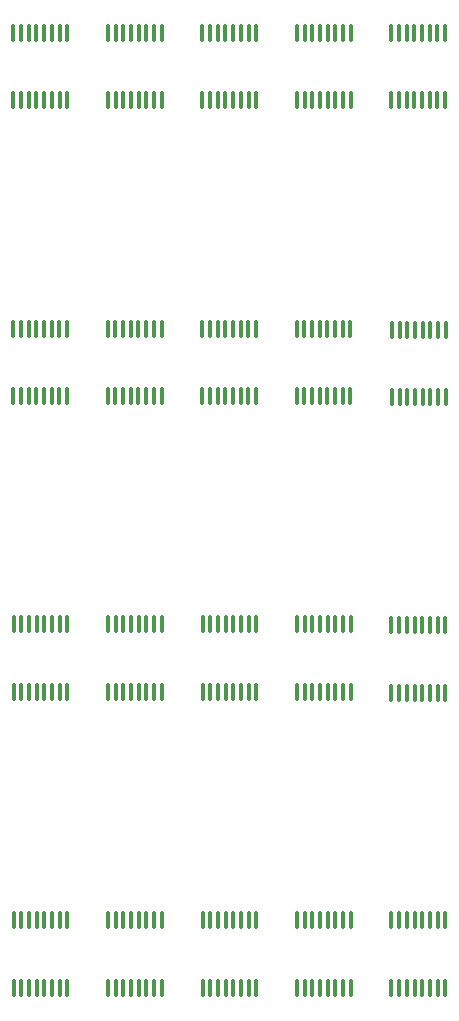
<source format=gbr>
%TF.GenerationSoftware,KiCad,Pcbnew,(6.0.5)*%
%TF.CreationDate,2022-06-09T13:10:52-04:00*%
%TF.ProjectId,32-STEPPER-DRIVER-BOARD,33322d53-5445-4505-9045-522d44524956,rev?*%
%TF.SameCoordinates,Original*%
%TF.FileFunction,Paste,Bot*%
%TF.FilePolarity,Positive*%
%FSLAX46Y46*%
G04 Gerber Fmt 4.6, Leading zero omitted, Abs format (unit mm)*
G04 Created by KiCad (PCBNEW (6.0.5)) date 2022-06-09 13:10:52*
%MOMM*%
%LPD*%
G01*
G04 APERTURE LIST*
G04 Aperture macros list*
%AMRoundRect*
0 Rectangle with rounded corners*
0 $1 Rounding radius*
0 $2 $3 $4 $5 $6 $7 $8 $9 X,Y pos of 4 corners*
0 Add a 4 corners polygon primitive as box body*
4,1,4,$2,$3,$4,$5,$6,$7,$8,$9,$2,$3,0*
0 Add four circle primitives for the rounded corners*
1,1,$1+$1,$2,$3*
1,1,$1+$1,$4,$5*
1,1,$1+$1,$6,$7*
1,1,$1+$1,$8,$9*
0 Add four rect primitives between the rounded corners*
20,1,$1+$1,$2,$3,$4,$5,0*
20,1,$1+$1,$4,$5,$6,$7,0*
20,1,$1+$1,$6,$7,$8,$9,0*
20,1,$1+$1,$8,$9,$2,$3,0*%
G04 Aperture macros list end*
%ADD10RoundRect,0.100000X-0.100000X0.637500X-0.100000X-0.637500X0.100000X-0.637500X0.100000X0.637500X0*%
G04 APERTURE END LIST*
D10*
%TO.C,U20*%
X83825000Y-102287500D03*
X84475000Y-102287500D03*
X85125000Y-102287500D03*
X85775000Y-102287500D03*
X86425000Y-102287500D03*
X87075000Y-102287500D03*
X87725000Y-102287500D03*
X88375000Y-102287500D03*
X88375000Y-108012500D03*
X87725000Y-108012500D03*
X87075000Y-108012500D03*
X86425000Y-108012500D03*
X85775000Y-108012500D03*
X85125000Y-108012500D03*
X84475000Y-108012500D03*
X83825000Y-108012500D03*
%TD*%
%TO.C,U10*%
X83804600Y-52204700D03*
X84454600Y-52204700D03*
X85104600Y-52204700D03*
X85754600Y-52204700D03*
X86404600Y-52204700D03*
X87054600Y-52204700D03*
X87704600Y-52204700D03*
X88354600Y-52204700D03*
X88354600Y-57929700D03*
X87704600Y-57929700D03*
X87054600Y-57929700D03*
X86404600Y-57929700D03*
X85754600Y-57929700D03*
X85104600Y-57929700D03*
X84454600Y-57929700D03*
X83804600Y-57929700D03*
%TD*%
%TO.C,U6*%
X107855600Y-52272200D03*
X108505600Y-52272200D03*
X109155600Y-52272200D03*
X109805600Y-52272200D03*
X110455600Y-52272200D03*
X111105600Y-52272200D03*
X111755600Y-52272200D03*
X112405600Y-52272200D03*
X112405600Y-57997200D03*
X111755600Y-57997200D03*
X111105600Y-57997200D03*
X110455600Y-57997200D03*
X109805600Y-57997200D03*
X109155600Y-57997200D03*
X108505600Y-57997200D03*
X107855600Y-57997200D03*
%TD*%
%TO.C,U2*%
X99819000Y-27137500D03*
X100469000Y-27137500D03*
X101119000Y-27137500D03*
X101769000Y-27137500D03*
X102419000Y-27137500D03*
X103069000Y-27137500D03*
X103719000Y-27137500D03*
X104369000Y-27137500D03*
X104369000Y-32862500D03*
X103719000Y-32862500D03*
X103069000Y-32862500D03*
X102419000Y-32862500D03*
X101769000Y-32862500D03*
X101119000Y-32862500D03*
X100469000Y-32862500D03*
X99819000Y-32862500D03*
%TD*%
%TO.C,U17*%
X107825000Y-102287500D03*
X108475000Y-102287500D03*
X109125000Y-102287500D03*
X109775000Y-102287500D03*
X110425000Y-102287500D03*
X111075000Y-102287500D03*
X111725000Y-102287500D03*
X112375000Y-102287500D03*
X112375000Y-108012500D03*
X111725000Y-108012500D03*
X111075000Y-108012500D03*
X110425000Y-108012500D03*
X109775000Y-108012500D03*
X109125000Y-108012500D03*
X108475000Y-108012500D03*
X107825000Y-108012500D03*
%TD*%
%TO.C,U13*%
X99825000Y-77237500D03*
X100475000Y-77237500D03*
X101125000Y-77237500D03*
X101775000Y-77237500D03*
X102425000Y-77237500D03*
X103075000Y-77237500D03*
X103725000Y-77237500D03*
X104375000Y-77237500D03*
X104375000Y-82962500D03*
X103725000Y-82962500D03*
X103075000Y-82962500D03*
X102425000Y-82962500D03*
X101775000Y-82962500D03*
X101125000Y-82962500D03*
X100475000Y-82962500D03*
X99825000Y-82962500D03*
%TD*%
%TO.C,U5*%
X75819000Y-27137500D03*
X76469000Y-27137500D03*
X77119000Y-27137500D03*
X77769000Y-27137500D03*
X78419000Y-27137500D03*
X79069000Y-27137500D03*
X79719000Y-27137500D03*
X80369000Y-27137500D03*
X80369000Y-32862500D03*
X79719000Y-32862500D03*
X79069000Y-32862500D03*
X78419000Y-32862500D03*
X77769000Y-32862500D03*
X77119000Y-32862500D03*
X76469000Y-32862500D03*
X75819000Y-32862500D03*
%TD*%
%TO.C,U16*%
X75825000Y-77237500D03*
X76475000Y-77237500D03*
X77125000Y-77237500D03*
X77775000Y-77237500D03*
X78425000Y-77237500D03*
X79075000Y-77237500D03*
X79725000Y-77237500D03*
X80375000Y-77237500D03*
X80375000Y-82962500D03*
X79725000Y-82962500D03*
X79075000Y-82962500D03*
X78425000Y-82962500D03*
X77775000Y-82962500D03*
X77125000Y-82962500D03*
X76475000Y-82962500D03*
X75825000Y-82962500D03*
%TD*%
%TO.C,U4*%
X83819000Y-27137500D03*
X84469000Y-27137500D03*
X85119000Y-27137500D03*
X85769000Y-27137500D03*
X86419000Y-27137500D03*
X87069000Y-27137500D03*
X87719000Y-27137500D03*
X88369000Y-27137500D03*
X88369000Y-32862500D03*
X87719000Y-32862500D03*
X87069000Y-32862500D03*
X86419000Y-32862500D03*
X85769000Y-32862500D03*
X85119000Y-32862500D03*
X84469000Y-32862500D03*
X83819000Y-32862500D03*
%TD*%
%TO.C,U3*%
X91819000Y-27137500D03*
X92469000Y-27137500D03*
X93119000Y-27137500D03*
X93769000Y-27137500D03*
X94419000Y-27137500D03*
X95069000Y-27137500D03*
X95719000Y-27137500D03*
X96369000Y-27137500D03*
X96369000Y-32862500D03*
X95719000Y-32862500D03*
X95069000Y-32862500D03*
X94419000Y-32862500D03*
X93769000Y-32862500D03*
X93119000Y-32862500D03*
X92469000Y-32862500D03*
X91819000Y-32862500D03*
%TD*%
%TO.C,U12*%
X107825000Y-77287500D03*
X108475000Y-77287500D03*
X109125000Y-77287500D03*
X109775000Y-77287500D03*
X110425000Y-77287500D03*
X111075000Y-77287500D03*
X111725000Y-77287500D03*
X112375000Y-77287500D03*
X112375000Y-83012500D03*
X111725000Y-83012500D03*
X111075000Y-83012500D03*
X110425000Y-83012500D03*
X109775000Y-83012500D03*
X109125000Y-83012500D03*
X108475000Y-83012500D03*
X107825000Y-83012500D03*
%TD*%
%TO.C,U1*%
X107819000Y-27137500D03*
X108469000Y-27137500D03*
X109119000Y-27137500D03*
X109769000Y-27137500D03*
X110419000Y-27137500D03*
X111069000Y-27137500D03*
X111719000Y-27137500D03*
X112369000Y-27137500D03*
X112369000Y-32862500D03*
X111719000Y-32862500D03*
X111069000Y-32862500D03*
X110419000Y-32862500D03*
X109769000Y-32862500D03*
X109119000Y-32862500D03*
X108469000Y-32862500D03*
X107819000Y-32862500D03*
%TD*%
%TO.C,U15*%
X83825000Y-77237500D03*
X84475000Y-77237500D03*
X85125000Y-77237500D03*
X85775000Y-77237500D03*
X86425000Y-77237500D03*
X87075000Y-77237500D03*
X87725000Y-77237500D03*
X88375000Y-77237500D03*
X88375000Y-82962500D03*
X87725000Y-82962500D03*
X87075000Y-82962500D03*
X86425000Y-82962500D03*
X85775000Y-82962500D03*
X85125000Y-82962500D03*
X84475000Y-82962500D03*
X83825000Y-82962500D03*
%TD*%
%TO.C,U18*%
X99825000Y-102287500D03*
X100475000Y-102287500D03*
X101125000Y-102287500D03*
X101775000Y-102287500D03*
X102425000Y-102287500D03*
X103075000Y-102287500D03*
X103725000Y-102287500D03*
X104375000Y-102287500D03*
X104375000Y-108012500D03*
X103725000Y-108012500D03*
X103075000Y-108012500D03*
X102425000Y-108012500D03*
X101775000Y-108012500D03*
X101125000Y-108012500D03*
X100475000Y-108012500D03*
X99825000Y-108012500D03*
%TD*%
%TO.C,U7*%
X99804600Y-52204700D03*
X100454600Y-52204700D03*
X101104600Y-52204700D03*
X101754600Y-52204700D03*
X102404600Y-52204700D03*
X103054600Y-52204700D03*
X103704600Y-52204700D03*
X104354600Y-52204700D03*
X104354600Y-57929700D03*
X103704600Y-57929700D03*
X103054600Y-57929700D03*
X102404600Y-57929700D03*
X101754600Y-57929700D03*
X101104600Y-57929700D03*
X100454600Y-57929700D03*
X99804600Y-57929700D03*
%TD*%
%TO.C,U19*%
X91825000Y-102287500D03*
X92475000Y-102287500D03*
X93125000Y-102287500D03*
X93775000Y-102287500D03*
X94425000Y-102287500D03*
X95075000Y-102287500D03*
X95725000Y-102287500D03*
X96375000Y-102287500D03*
X96375000Y-108012500D03*
X95725000Y-108012500D03*
X95075000Y-108012500D03*
X94425000Y-108012500D03*
X93775000Y-108012500D03*
X93125000Y-108012500D03*
X92475000Y-108012500D03*
X91825000Y-108012500D03*
%TD*%
%TO.C,U14*%
X91825000Y-77237500D03*
X92475000Y-77237500D03*
X93125000Y-77237500D03*
X93775000Y-77237500D03*
X94425000Y-77237500D03*
X95075000Y-77237500D03*
X95725000Y-77237500D03*
X96375000Y-77237500D03*
X96375000Y-82962500D03*
X95725000Y-82962500D03*
X95075000Y-82962500D03*
X94425000Y-82962500D03*
X93775000Y-82962500D03*
X93125000Y-82962500D03*
X92475000Y-82962500D03*
X91825000Y-82962500D03*
%TD*%
%TO.C,U21*%
X75825000Y-102287500D03*
X76475000Y-102287500D03*
X77125000Y-102287500D03*
X77775000Y-102287500D03*
X78425000Y-102287500D03*
X79075000Y-102287500D03*
X79725000Y-102287500D03*
X80375000Y-102287500D03*
X80375000Y-108012500D03*
X79725000Y-108012500D03*
X79075000Y-108012500D03*
X78425000Y-108012500D03*
X77775000Y-108012500D03*
X77125000Y-108012500D03*
X76475000Y-108012500D03*
X75825000Y-108012500D03*
%TD*%
%TO.C,U11*%
X75804600Y-52204700D03*
X76454600Y-52204700D03*
X77104600Y-52204700D03*
X77754600Y-52204700D03*
X78404600Y-52204700D03*
X79054600Y-52204700D03*
X79704600Y-52204700D03*
X80354600Y-52204700D03*
X80354600Y-57929700D03*
X79704600Y-57929700D03*
X79054600Y-57929700D03*
X78404600Y-57929700D03*
X77754600Y-57929700D03*
X77104600Y-57929700D03*
X76454600Y-57929700D03*
X75804600Y-57929700D03*
%TD*%
%TO.C,U9*%
X91804600Y-52204700D03*
X92454600Y-52204700D03*
X93104600Y-52204700D03*
X93754600Y-52204700D03*
X94404600Y-52204700D03*
X95054600Y-52204700D03*
X95704600Y-52204700D03*
X96354600Y-52204700D03*
X96354600Y-57929700D03*
X95704600Y-57929700D03*
X95054600Y-57929700D03*
X94404600Y-57929700D03*
X93754600Y-57929700D03*
X93104600Y-57929700D03*
X92454600Y-57929700D03*
X91804600Y-57929700D03*
%TD*%
M02*

</source>
